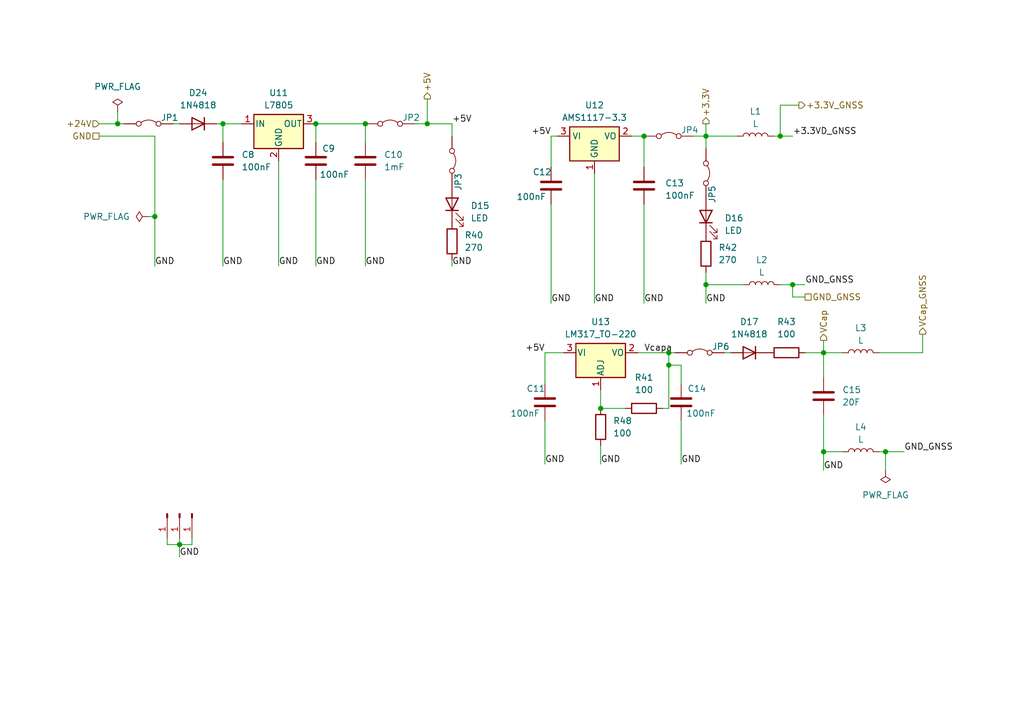
<source format=kicad_sch>
(kicad_sch (version 20231120) (generator "eeschema") (generator_version "8.0")
  (paper "A5")
  (title_block (title "Power supply") (date "2024-04-17") (rev "1.0"))
  (lib_symbols
    (symbol "Connector:Conn_01x01_Pin" (pin_names (offset 1.016) hide)
      (property "Reference" "J" (at 0 2.54 0))
      (property "Value" "Conn_01x01_Pin" (at 0 -2.54 0))
      (symbol "Conn_01x01_Pin_1_1"
        (polyline (pts (xy 1.27 0) (xy 0.8636 0)) (stroke (width 0.1524)))
        (rectangle (start 0.8636 0.127) (end 0 -0.127) (stroke (width 0.1524)) (fill (type outline)))
        (pin passive line (at 5.08 0 180) (length 3.81) (name "Pin_1") (number "1"))
      )
    )
    (symbol "Device:C" (pin_numbers hide) (pin_names (offset 0.254))
      (property "Reference" "C" (at 0.635 2.54 0))
      (property "Value" "C" (at 0.635 -2.54 0))
      (symbol "C_0_1"
        (polyline (pts (xy -2.032 -0.762) (xy 2.032 -0.762)) (stroke (width 0.508)))
        (polyline (pts (xy -2.032 0.762) (xy 2.032 0.762)) (stroke (width 0.508)))
      )
      (symbol "C_1_1"
        (pin passive line (at 0 3.81 270) (length 2.794) (name "~") (number "1"))
        (pin passive line (at 0 -3.81 90) (length 2.794) (name "~") (number "2"))
      )
    )
    (symbol "Device:D" (pin_numbers hide) (pin_names (offset 1.016) hide)
      (property "Reference" "D" (at 0 2.54 0))
      (property "Value" "D" (at 0 -2.54 0))
      (symbol "D_0_1"
        (polyline (pts (xy -1.27 1.27) (xy -1.27 -1.27)) (stroke (width 0.254)))
        (polyline (pts (xy 1.27 0) (xy -1.27 0)))
        (polyline (pts (xy 1.27 1.27) (xy 1.27 -1.27) (xy -1.27 0) (xy 1.27 1.27)) (stroke (width 0.254)))
      )
      (symbol "D_1_1"
        (pin passive line (at -3.81 0 0) (length 2.54) (name "K") (number "1"))
        (pin passive line (at 3.81 0 180) (length 2.54) (name "A") (number "2"))
      )
    )
    (symbol "Device:L" (pin_numbers hide) (pin_names (offset 1.016) hide)
      (property "Reference" "L" (at -1.27 0 90))
      (property "Value" "L" (at 1.905 0 90))
      (symbol "L_0_1"
        (arc (start 0 -2.54) (mid 0.6323 -1.905) (end 0 -1.27))
        (arc (start 0 -1.27) (mid 0.6323 -0.635) (end 0 0))
        (arc (start 0 0) (mid 0.6323 0.635) (end 0 1.27))
        (arc (start 0 1.27) (mid 0.6323 1.905) (end 0 2.54))
      )
      (symbol "L_1_1"
        (pin passive line (at 0 3.81 270) (length 1.27) (name "1") (number "1"))
        (pin passive line (at 0 -3.81 90) (length 1.27) (name "2") (number "2"))
      )
    )
    (symbol "Device:LED" (pin_numbers hide) (pin_names (offset 1.016) hide)
      (property "Reference" "D" (at 0 2.54 0))
      (property "Value" "LED" (at 0 -2.54 0))
      (symbol "LED_0_1"
        (polyline (pts (xy -1.27 -1.27) (xy -1.27 1.27)) (stroke (width 0.254)))
        (polyline (pts (xy -1.27 0) (xy 1.27 0)))
        (polyline (pts (xy 1.27 -1.27) (xy 1.27 1.27) (xy -1.27 0) (xy 1.27 -1.27)) (stroke (width 0.254)))
        (polyline (pts (xy -3.048 -0.762) (xy -4.572 -2.286) (xy -3.81 -2.286) (xy -4.572 -2.286) (xy -4.572 -1.524)))
        (polyline (pts (xy -1.778 -0.762) (xy -3.302 -2.286) (xy -2.54 -2.286) (xy -3.302 -2.286) (xy -3.302 -1.524)))
      )
      (symbol "LED_1_1"
        (pin passive line (at -3.81 0 0) (length 2.54) (name "K") (number "1"))
        (pin passive line (at 3.81 0 180) (length 2.54) (name "A") (number "2"))
      )
    )
    (symbol "Device:R" (pin_numbers hide) (pin_names (offset 0))
      (property "Reference" "R" (at 2.032 0 90))
      (property "Value" "R" (at 0 0 90))
      (symbol "R_0_1"
        (rectangle (start -1.016 -2.54) (end 1.016 2.54) (stroke (width 0.254)))
      )
      (symbol "R_1_1"
        (pin passive line (at 0 3.81 270) (length 1.27) (name "~") (number "1"))
        (pin passive line (at 0 -3.81 90) (length 1.27) (name "~") (number "2"))
      )
    )
    (symbol "Jumper:Jumper_2_Bridged" (pin_numbers hide) (pin_names (offset 0) hide) (exclude_from_sim yes)
      (property "Reference" "JP" (at 0 1.905 0))
      (property "Value" "Jumper_2_Bridged" (at 0 -2.54 0))
      (symbol "Jumper_2_Bridged_0_0"
        (circle (center -2.032 0) (radius 0.508))
        (circle (center 2.032 0) (radius 0.508))
      )
      (symbol "Jumper_2_Bridged_0_1"
        (arc (start 1.524 0.254) (mid 0 0.762) (end -1.524 0.254))
      )
      (symbol "Jumper_2_Bridged_1_1"
        (pin passive line (at -5.08 0 0) (length 2.54) (name "A") (number "1"))
        (pin passive line (at 5.08 0 180) (length 2.54) (name "B") (number "2"))
      )
    )
    (symbol "Regulator_Linear:AMS1117-3.3"
      (property "Reference" "U" (at -3.81 3.175 0))
      (property "Value" "AMS1117-3.3" (at 0 3.175 0))
      (symbol "AMS1117-3.3_0_1"
        (rectangle (start -5.08 -5.08) (end 5.08 1.905) (stroke (width 0.254)) (fill (type background)))
      )
      (symbol "AMS1117-3.3_1_1"
        (pin power_in line (at 0 -7.62 90) (length 2.54) (name "GND") (number "1"))
        (pin power_out line (at 7.62 0 180) (length 2.54) (name "VO") (number "2"))
        (pin power_in line (at -7.62 0 0) (length 2.54) (name "VI") (number "3"))
      )
    )
    (symbol "Regulator_Linear:L7805" (pin_names (offset 0.254))
      (property "Reference" "U" (at -3.81 3.175 0))
      (property "Value" "L7805" (at 0 3.175 0))
      (symbol "L7805_0_1"
        (rectangle (start -5.08 1.905) (end 5.08 -5.08) (stroke (width 0.254)) (fill (type background)))
      )
      (symbol "L7805_1_1"
        (pin power_in line (at -7.62 0 0) (length 2.54) (name "IN") (number "1"))
        (pin power_in line (at 0 -7.62 90) (length 2.54) (name "GND") (number "2"))
        (pin power_out line (at 7.62 0 180) (length 2.54) (name "OUT") (number "3"))
      )
    )
    (symbol "Regulator_Linear:LM317_TO-220" (pin_names (offset 0.254))
      (property "Reference" "U" (at -3.81 3.175 0))
      (property "Value" "LM317_TO-220" (at 0 3.175 0))
      (symbol "LM317_TO-220_0_1"
        (rectangle (start -5.08 1.905) (end 5.08 -5.08) (stroke (width 0.254)) (fill (type background)))
      )
      (symbol "LM317_TO-220_1_1"
        (pin input line (at 0 -7.62 90) (length 2.54) (name "ADJ") (number "1"))
        (pin power_out line (at 7.62 0 180) (length 2.54) (name "VO") (number "2"))
        (pin power_in line (at -7.62 0 0) (length 2.54) (name "VI") (number "3"))
      )
    )
    (symbol "power:PWR_FLAG" (power) (pin_numbers hide) (pin_names (offset 0) hide)
      (property "Value" "PWR_FLAG" (at 0 3.81 0))
      (symbol "PWR_FLAG_0_0"
        (pin power_out line (at 0 0 90) (length 0) (name "~") (number "1"))
      )
      (symbol "PWR_FLAG_0_1"
        (polyline (pts (xy 0 0) (xy 0 1.27) (xy -1.016 1.905) (xy 0 2.54) (xy 1.016 1.905) (xy 0 1.27)))
      )
    )
  )
  (junction (at 144.78 58.42))
  (junction (at 87.63 25.4))
  (junction (at 24.13 25.4))
  (junction (at 162.56 58.42))
  (junction (at 74.93 25.4))
  (junction (at 123.19 83.82))
  (junction (at 160.02 27.94))
  (junction (at 181.61 92.71))
  (junction (at 168.91 92.71))
  (junction (at 144.78 27.94))
  (junction (at 168.91 72.39))
  (junction (at 64.77 25.4))
  (junction (at 137.16 72.39))
  (junction (at 137.16 74.93))
  (junction (at 45.72 25.4))
  (junction (at 132.08 27.94))
  (junction (at 36.83 111.76))
  (junction (at 31.75 44.45))
  (wire (pts (xy 144.78 58.42) (xy 152.4 58.42)))
  (wire (pts (xy 139.7 86.36) (xy 139.7 95.25)))
  (wire (pts (xy 168.91 69.85) (xy 168.91 72.39)))
  (wire (pts (xy 180.34 92.71) (xy 181.61 92.71)))
  (wire (pts (xy 168.91 85.09) (xy 168.91 92.71)))
  (wire (pts (xy 165.1 72.39) (xy 168.91 72.39)))
  (wire (pts (xy 129.54 27.94) (xy 132.08 27.94)))
  (wire (pts (xy 123.19 80.01) (xy 123.19 83.82)))
  (wire (pts (xy 139.7 78.74) (xy 139.7 74.93)))
  (wire (pts (xy 165.1 60.96) (xy 162.56 60.96)))
  (wire (pts (xy 160.02 58.42) (xy 162.56 58.42)))
  (wire (pts (xy 144.78 55.88) (xy 144.78 58.42)))
  (wire (pts (xy 24.13 25.4) (xy 25.4 25.4)))
  (wire (pts (xy 34.29 111.76) (xy 36.83 111.76)))
  (wire (pts (xy 168.91 72.39) (xy 168.91 77.47)))
  (wire (pts (xy 162.56 58.42) (xy 165.1 58.42)))
  (wire (pts (xy 130.81 72.39) (xy 137.16 72.39)))
  (wire (pts (xy 64.77 36.83) (xy 64.77 54.61)))
  (wire (pts (xy 137.16 72.39) (xy 137.16 74.93)))
  (wire (pts (xy 87.63 25.4) (xy 92.71 25.4)))
  (wire (pts (xy 138.43 72.39) (xy 137.16 72.39)))
  (wire (pts (xy 189.23 72.39) (xy 180.34 72.39)))
  (wire (pts (xy 148.59 72.39) (xy 149.86 72.39)))
  (wire (pts (xy 34.29 110.49) (xy 34.29 111.76)))
  (wire (pts (xy 111.76 78.74) (xy 111.76 72.39)))
  (wire (pts (xy 142.24 27.94) (xy 144.78 27.94)))
  (wire (pts (xy 144.78 27.94) (xy 144.78 30.48)))
  (wire (pts (xy 113.03 41.91) (xy 113.03 62.23)))
  (wire (pts (xy 31.75 27.94) (xy 20.32 27.94)))
  (wire (pts (xy 30.48 44.45) (xy 31.75 44.45)))
  (wire (pts (xy 44.45 25.4) (xy 45.72 25.4)))
  (wire (pts (xy 36.83 111.76) (xy 36.83 114.3)))
  (wire (pts (xy 144.78 58.42) (xy 144.78 62.23)))
  (wire (pts (xy 64.77 25.4) (xy 74.93 25.4)))
  (wire (pts (xy 189.23 68.58) (xy 189.23 72.39)))
  (wire (pts (xy 168.91 92.71) (xy 172.72 92.71)))
  (wire (pts (xy 115.57 72.39) (xy 111.76 72.39)))
  (wire (pts (xy 121.92 35.56) (xy 121.92 62.23)))
  (wire (pts (xy 111.76 86.36) (xy 111.76 95.25)))
  (wire (pts (xy 31.75 44.45) (xy 31.75 54.61)))
  (wire (pts (xy 36.83 110.49) (xy 36.83 111.76)))
  (wire (pts (xy 168.91 72.39) (xy 172.72 72.39)))
  (wire (pts (xy 39.37 110.49) (xy 39.37 111.76)))
  (wire (pts (xy 144.78 25.4) (xy 144.78 27.94)))
  (wire (pts (xy 132.08 27.94) (xy 132.08 34.29)))
  (wire (pts (xy 160.02 27.94) (xy 162.56 27.94)))
  (wire (pts (xy 158.75 27.94) (xy 160.02 27.94)))
  (wire (pts (xy 31.75 27.94) (xy 31.75 44.45)))
  (wire (pts (xy 74.93 29.21) (xy 74.93 25.4)))
  (wire (pts (xy 128.27 83.82) (xy 123.19 83.82)))
  (wire (pts (xy 144.78 27.94) (xy 151.13 27.94)))
  (wire (pts (xy 45.72 36.83) (xy 45.72 54.61)))
  (wire (pts (xy 123.19 91.44) (xy 123.19 95.25)))
  (wire (pts (xy 163.83 21.59) (xy 160.02 21.59)))
  (wire (pts (xy 137.16 74.93) (xy 139.7 74.93)))
  (wire (pts (xy 45.72 25.4) (xy 49.53 25.4)))
  (wire (pts (xy 132.08 41.91) (xy 132.08 62.23)))
  (wire (pts (xy 36.83 25.4) (xy 35.56 25.4)))
  (wire (pts (xy 92.71 25.4) (xy 92.71 27.94)))
  (wire (pts (xy 24.13 22.86) (xy 24.13 25.4)))
  (wire (pts (xy 45.72 29.21) (xy 45.72 25.4)))
  (wire (pts (xy 113.03 27.94) (xy 114.3 27.94)))
  (wire (pts (xy 135.89 83.82) (xy 137.16 83.82)))
  (wire (pts (xy 162.56 60.96) (xy 162.56 58.42)))
  (wire (pts (xy 168.91 92.71) (xy 168.91 96.52)))
  (wire (pts (xy 160.02 21.59) (xy 160.02 27.94)))
  (wire (pts (xy 113.03 34.29) (xy 113.03 27.94)))
  (wire (pts (xy 87.63 20.32) (xy 87.63 25.4)))
  (wire (pts (xy 85.09 25.4) (xy 87.63 25.4)))
  (wire (pts (xy 57.15 33.02) (xy 57.15 54.61)))
  (wire (pts (xy 181.61 92.71) (xy 185.42 92.71)))
  (wire (pts (xy 20.32 25.4) (xy 24.13 25.4)))
  (wire (pts (xy 137.16 74.93) (xy 137.16 83.82)))
  (wire (pts (xy 181.61 96.52) (xy 181.61 92.71)))
  (wire (pts (xy 74.93 36.83) (xy 74.93 54.61)))
  (wire (pts (xy 64.77 29.21) (xy 64.77 25.4)))
  (wire (pts (xy 92.71 53.34) (xy 92.71 54.61)))
  (wire (pts (xy 36.83 111.76) (xy 39.37 111.76)))
  (label "GND" (at 144.78 62.23 0))
  (label "+5V" (at 92.71 25.4 0))
  (label "+3.3VD_GNSS" (at 162.56 27.94 0))
  (label "GND" (at 64.77 54.61 0))
  (label "Vcapa" (at 132.08 72.39 0))
  (label "GND" (at 36.83 114.3 0))
  (label "GND_GNSS" (at 185.42 92.71 0))
  (label "+5V" (at 113.03 27.94 180))
  (label "+5V" (at 111.76 72.39 180))
  (label "GND" (at 139.7 95.25 0))
  (label "GND" (at 57.15 54.61 0))
  (label "GND" (at 31.75 54.61 0))
  (label "GND" (at 74.93 54.61 0))
  (label "GND" (at 111.76 95.25 0))
  (label "GND" (at 45.72 54.61 0))
  (label "GND" (at 92.71 54.61 0))
  (label "GND" (at 113.03 62.23 0))
  (label "GND" (at 121.92 62.23 0))
  (label "GND" (at 132.08 62.23 0))
  (label "GND" (at 168.91 96.52 0))
  (label "GND" (at 123.19 95.25 0))
  (label "GND_GNSS" (at 165.1 58.42 0))
  (hierarchical_label "+5V" (shape output) (at 87.63 20.32 90))
  (hierarchical_label "GND_GNSS" (shape passive) (at 165.1 60.96 0))
  (hierarchical_label "+3.3V" (shape output) (at 144.78 25.4 90))
  (hierarchical_label "GND" (shape passive) (at 20.32 27.94 180))
  (hierarchical_label "+24V" (shape input) (at 20.32 25.4 180))
  (hierarchical_label "VCap" (shape output) (at 168.91 69.85 90))
  (hierarchical_label "VCap_GNSS" (shape output) (at 189.23 68.58 90))
  (hierarchical_label "+3.3V_GNSS" (shape output) (at 163.83 21.59 0))
  (symbol (lib_id "Device:D") (at 40.64 25.4 180) (unit 1)
    (property "Reference" "D24" (at 40.64 19.05 0))
    (property "Value" "1N4818" (at 40.64 21.59 0))
    (property "Footprint" "Diode_THT:D_DO-41_SOD81_P7.62mm_Horizontal" (effects (hide yes)))
    (property "Sim.Device" "D" (effects (hide yes)))
    (property "Sim.Pins" "1=K 2=A" (effects (hide yes)))
  )
  (symbol (lib_id "Regulator_Linear:AMS1117-3.3") (at 121.92 27.94 0) (unit 1)
    (property "Reference" "U12" (at 121.92 21.59 0))
    (property "Value" "AMS1117-3.3" (at 121.92 24.13 0))
    (property "Footprint" "Package_TO_SOT_SMD:SOT-223-3_TabPin2" (effects (hide yes)))
    (property "Datasheet" "http://www.advanced-monolithic.com/pdf/ds1117.pdf" (effects (hide yes)))
    (property "Description" "1A Low Dropout regulator, positive, 3.3V fixed output, SOT-223" (effects (hide yes)))
  )
  (symbol (lib_id "Connector:Conn_01x01_Pin") (at 34.29 105.41 270) (unit 1)
    (property "Reference" "J17" (effects (hide yes)))
    (property "Value" "GND" (effects (hide yes)))
    (property "Footprint" "Connector_PinHeader_2.54mm:PinHeader_1x01_P2.54mm_Vertical" (effects (hide yes)))
  )
  (symbol (lib_id "Device:C") (at 139.7 82.55 0) (unit 1)
    (property "Reference" "C14" (at 140.97 79.756 0) (effects (justify left)))
    (property "Value" "100nF" (at 140.716 84.836 0) (effects (justify left)))
    (property "Footprint" "Capacitor_THT:C_Radial_D5.0mm_H11.0mm_P2.00mm" (effects (hide yes)))
  )
  (symbol (lib_id "Device:R") (at 144.78 52.07 0) (unit 1)
    (property "Reference" "R42" (at 147.32 50.8 0) (effects (justify left)))
    (property "Value" "270" (at 147.32 53.34 0) (effects (justify left)))
    (property "Footprint" "Resistor_THT:R_Axial_DIN0207_L6.3mm_D2.5mm_P7.62mm_Horizontal" (effects (hide yes)))
  )
  (symbol (lib_id "Device:R") (at 132.08 83.82 90) (unit 1)
    (property "Reference" "R41" (at 132.08 77.47 90))
    (property "Value" "100" (at 132.08 80.01 90))
    (property "Footprint" "Resistor_THT:R_Axial_DIN0207_L6.3mm_D2.5mm_P7.62mm_Horizontal" (effects (hide yes)))
  )
  (symbol (lib_id "Device:L") (at 156.21 58.42 90) (unit 1)
    (property "Reference" "L2" (at 156.21 53.34 90))
    (property "Value" "L" (at 156.21 55.88 90))
    (property "Footprint" "Inductor_SMD:L_0603_1608Metric" (effects (hide yes)))
    (property "Description" "Inductor" (effects (hide yes)))
  )
  (symbol (lib_id "Device:C") (at 168.91 81.28 0) (unit 1)
    (property "Reference" "C15" (at 172.72 80.01 0) (effects (justify left)))
    (property "Value" "20F" (at 172.72 82.55 0) (effects (justify left)))
    (property "Footprint" "Capacitor_THT:C_Radial_D10.0mm_H20.0mm_P5.00mm" (effects (hide yes)))
  )
  (symbol (lib_id "Regulator_Linear:LM317_TO-220") (at 123.19 72.39 0) (unit 1)
    (property "Reference" "U13" (at 123.19 66.04 0))
    (property "Value" "LM317_TO-220" (at 123.19 68.58 0))
    (property "Footprint" "Package_TO_SOT_THT:TO-220-3_Vertical" (effects (hide yes)))
    (property "Datasheet" "http://www.ti.com/lit/ds/symlink/lm317.pdf" (effects (hide yes)))
    (property "Description" "1.5A 35V Adjustable Linear Regulator, TO-220" (effects (hide yes)))
  )
  (symbol (lib_id "Device:L") (at 154.94 27.94 90) (unit 1)
    (property "Reference" "L1" (at 154.94 22.86 90))
    (property "Value" "L" (at 154.94 25.4 90))
    (property "Footprint" "Inductor_SMD:L_0603_1608Metric" (effects (hide yes)))
    (property "Description" "Inductor" (effects (hide yes)))
  )
  (symbol (lib_id "Device:C") (at 113.03 38.1 0) (unit 1)
    (property "Reference" "C12" (at 109.22 35.306 0) (effects (justify left)))
    (property "Value" "100nF" (at 105.918 40.386 0) (effects (justify left)))
    (property "Footprint" "Capacitor_THT:C_Radial_D5.0mm_H11.0mm_P2.00mm" (effects (hide yes)))
  )
  (symbol (lib_id "Device:LED") (at 92.71 41.91 90) (unit 1)
    (property "Reference" "D15" (at 96.52 42.2275 90) (effects (justify right)))
    (property "Value" "LED" (at 96.52 44.7675 90) (effects (justify right)))
    (property "Footprint" "LED_THT:LED_D3.0mm" (effects (hide yes)))
  )
  (symbol (lib_id "Jumper:Jumper_2_Bridged") (at 30.48 25.4 0) (unit 1) (exclude_from_sim yes)
    (property "Reference" "JP1" (at 34.798 24.13 0))
    (property "Value" "Jumper" (effects (hide yes)))
    (property "Footprint" "Connector_PinHeader_2.54mm:PinHeader_1x02_P2.54mm_Vertical" (effects (hide yes)))
    (property "Description" "Jumper, 2-pole, closed/bridged" (effects (hide yes)))
  )
  (symbol (lib_id "Device:C") (at 111.76 82.55 0) (unit 1)
    (property "Reference" "C11" (at 107.95 79.756 0) (effects (justify left)))
    (property "Value" "100nF" (at 104.648 84.836 0) (effects (justify left)))
    (property "Footprint" "Capacitor_THT:C_Radial_D5.0mm_H11.0mm_P2.00mm" (effects (hide yes)))
  )
  (symbol (lib_id "Device:L") (at 176.53 92.71 90) (unit 1)
    (property "Reference" "L4" (at 176.53 87.63 90))
    (property "Value" "L" (at 176.53 90.17 90))
    (property "Footprint" "Inductor_SMD:L_0603_1608Metric" (effects (hide yes)))
    (property "Description" "Inductor" (effects (hide yes)))
  )
  (symbol (lib_id "Device:L") (at 176.53 72.39 90) (unit 1)
    (property "Reference" "L3" (at 176.53 67.31 90))
    (property "Value" "L" (at 176.53 69.85 90))
    (property "Footprint" "Inductor_SMD:L_0603_1608Metric" (effects (hide yes)))
    (property "Description" "Inductor" (effects (hide yes)))
  )
  (symbol (lib_id "Jumper:Jumper_2_Bridged") (at 143.51 72.39 0) (unit 1) (exclude_from_sim yes)
    (property "Reference" "JP6" (at 147.828 71.12 0))
    (property "Value" "Jumper" (effects (hide yes)))
    (property "Footprint" "Connector_PinHeader_2.54mm:PinHeader_1x02_P2.54mm_Vertical" (effects (hide yes)))
    (property "Description" "Jumper, 2-pole, closed/bridged" (effects (hide yes)))
  )
  (symbol (lib_id "Device:C") (at 132.08 38.1 0) (unit 1)
    (property "Reference" "C13" (at 136.398 37.592 0) (effects (justify left)))
    (property "Value" "100nF" (at 136.398 40.132 0) (effects (justify left)))
    (property "Footprint" "Capacitor_THT:C_Radial_D5.0mm_H11.0mm_P2.00mm" (effects (hide yes)))
  )
  (symbol (lib_id "Jumper:Jumper_2_Bridged") (at 144.78 35.56 270) (unit 1) (exclude_from_sim yes)
    (property "Reference" "JP5" (at 146.05 39.878 0))
    (property "Value" "Jumper" (effects (hide yes)))
    (property "Footprint" "Connector_PinHeader_2.54mm:PinHeader_1x02_P2.54mm_Vertical" (effects (hide yes)))
    (property "Description" "Jumper, 2-pole, closed/bridged" (effects (hide yes)))
  )
  (symbol (lib_id "Jumper:Jumper_2_Bridged") (at 137.16 27.94 0) (unit 1) (exclude_from_sim yes)
    (property "Reference" "JP4" (at 141.478 26.67 0))
    (property "Value" "Jumper" (effects (hide yes)))
    (property "Footprint" "Connector_PinHeader_2.54mm:PinHeader_1x02_P2.54mm_Vertical" (effects (hide yes)))
    (property "Description" "Jumper, 2-pole, closed/bridged" (effects (hide yes)))
  )
  (symbol (lib_id "Jumper:Jumper_2_Bridged") (at 92.71 33.02 270) (unit 1) (exclude_from_sim yes)
    (property "Reference" "JP3" (at 93.98 37.338 0))
    (property "Value" "Jumper" (effects (hide yes)))
    (property "Footprint" "Connector_PinHeader_2.54mm:PinHeader_1x02_P2.54mm_Vertical" (effects (hide yes)))
    (property "Description" "Jumper, 2-pole, closed/bridged" (effects (hide yes)))
  )
  (symbol (lib_id "Connector:Conn_01x01_Pin") (at 36.83 105.41 270) (unit 1)
    (property "Reference" "J18" (effects (hide yes)))
    (property "Value" "GND" (effects (hide yes)))
    (property "Footprint" "Connector_PinHeader_2.54mm:PinHeader_1x01_P2.54mm_Vertical" (effects (hide yes)))
  )
  (symbol (lib_id "Device:R") (at 161.29 72.39 90) (unit 1)
    (property "Reference" "R43" (at 161.29 66.04 90))
    (property "Value" "100" (at 161.29 68.58 90))
    (property "Footprint" "Resistor_THT:R_Axial_DIN0207_L6.3mm_D2.5mm_P7.62mm_Horizontal" (effects (hide yes)))
  )
  (symbol (lib_id "power:PWR_FLAG") (at 24.13 22.86 0) (unit 1)
    (property "Reference" "#FLG06" (effects (hide yes)))
    (property "Value" "PWR_FLAG" (at 24.13 17.78 0))
    (property "Description" "Special symbol for telling ERC where power comes from" (effects (hide yes)))
  )
  (symbol (lib_id "Device:C") (at 64.77 33.02 0) (unit 1)
    (property "Reference" "C9" (at 66.04 30.48 0) (effects (justify left)))
    (property "Value" "100nF" (at 65.532 35.814 0) (effects (justify left)))
    (property "Footprint" "Capacitor_THT:C_Radial_D5.0mm_H11.0mm_P2.00mm" (effects (hide yes)))
  )
  (symbol (lib_id "Connector:Conn_01x01_Pin") (at 39.37 105.41 270) (unit 1)
    (property "Reference" "J19" (effects (hide yes)))
    (property "Value" "GND" (effects (hide yes)))
    (property "Footprint" "Connector_PinHeader_2.54mm:PinHeader_1x01_P2.54mm_Vertical" (effects (hide yes)))
  )
  (symbol (lib_id "power:PWR_FLAG") (at 30.48 44.45 90) (unit 1)
    (property "Reference" "#FLG02" (effects (hide yes)))
    (property "Value" "PWR_FLAG" (at 26.67 44.4499 90) (effects (justify left)))
    (property "Description" "Special symbol for telling ERC where power comes from" (effects (hide yes)))
  )
  (symbol (lib_id "Device:R") (at 123.19 87.63 180) (unit 1)
    (property "Reference" "R48" (at 125.73 86.3599 0) (effects (justify right)))
    (property "Value" "100" (at 125.73 88.8999 0) (effects (justify right)))
    (property "Footprint" "Resistor_THT:R_Axial_DIN0207_L6.3mm_D2.5mm_P7.62mm_Horizontal" (effects (hide yes)))
  )
  (symbol (lib_id "Device:D") (at 153.67 72.39 180) (unit 1)
    (property "Reference" "D17" (at 153.67 66.04 0))
    (property "Value" "1N4818" (at 153.67 68.58 0))
    (property "Footprint" "Diode_THT:D_DO-41_SOD81_P7.62mm_Horizontal" (effects (hide yes)))
    (property "Sim.Device" "D" (effects (hide yes)))
    (property "Sim.Pins" "1=K 2=A" (effects (hide yes)))
  )
  (symbol (lib_id "Device:LED") (at 144.78 44.45 90) (unit 1)
    (property "Reference" "D16" (at 148.59 44.7675 90) (effects (justify right)))
    (property "Value" "LED" (at 148.59 47.3075 90) (effects (justify right)))
    (property "Footprint" "LED_THT:LED_D3.0mm" (effects (hide yes)))
  )
  (symbol (lib_id "Device:C") (at 74.93 33.02 0) (unit 1)
    (property "Reference" "C10" (at 78.74 31.7499 0) (effects (justify left)))
    (property "Value" "1mF" (at 78.74 34.2899 0) (effects (justify left)))
    (property "Footprint" "Capacitor_THT:C_Radial_D10.0mm_H16.0mm_P5.00mm" (effects (hide yes)))
  )
  (symbol (lib_id "power:PWR_FLAG") (at 181.61 96.52 180) (unit 1)
    (property "Reference" "#FLG04" (effects (hide yes)))
    (property "Value" "PWR_FLAG" (at 181.61 101.6 0))
    (property "Description" "Special symbol for telling ERC where power comes from" (effects (hide yes)))
  )
  (symbol (lib_id "Device:R") (at 92.71 49.53 0) (unit 1)
    (property "Reference" "R40" (at 95.25 48.26 0) (effects (justify left)))
    (property "Value" "270" (at 95.25 50.8 0) (effects (justify left)))
    (property "Footprint" "Resistor_THT:R_Axial_DIN0207_L6.3mm_D2.5mm_P7.62mm_Horizontal" (effects (hide yes)))
  )
  (symbol (lib_id "Regulator_Linear:L7805") (at 57.15 25.4 0) (unit 1) (exclude_from_sim yes)
    (property "Reference" "U11" (at 57.15 19.05 0))
    (property "Value" "L7805" (at 57.15 21.59 0))
    (property "Footprint" "Package_TO_SOT_THT:TO-220-3_Vertical" (effects (hide yes)))
    (property "Datasheet" "http://www.st.com/content/ccc/resource/technical/document/datasheet/41/4f/b3/b0/12/d4/47/88/CD00000444.pdf/files/CD00000444.pdf/jcr:content/translations/en.CD00000444.pdf" (effects (hide yes)))
  )
  (symbol (lib_id "Device:C") (at 45.72 33.02 0) (unit 1)
    (property "Reference" "C8" (at 49.53 31.7499 0) (effects (justify left)))
    (property "Value" "100nF" (at 49.53 34.2899 0) (effects (justify left)))
    (property "Footprint" "Capacitor_THT:C_Radial_D5.0mm_H11.0mm_P2.00mm" (effects (hide yes)))
  )
  (symbol (lib_id "Jumper:Jumper_2_Bridged") (at 80.01 25.4 0) (unit 1) (exclude_from_sim yes)
    (property "Reference" "JP2" (at 84.328 24.13 0))
    (property "Value" "Jumper" (effects (hide yes)))
    (property "Footprint" "Connector_PinHeader_2.54mm:PinHeader_1x02_P2.54mm_Vertical" (effects (hide yes)))
    (property "Description" "Jumper, 2-pole, closed/bridged" (effects (hide yes)))
  )
)
</source>
